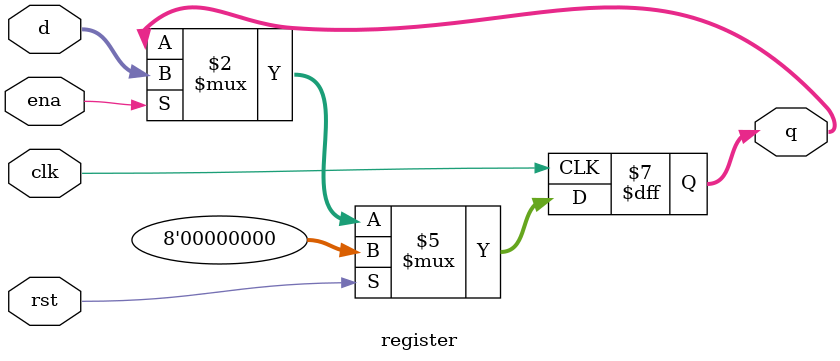
<source format=v>
`timescale 1ns / 1ps
`default_nettype none //helps catch typo-related bugs
module register(clk,d,q, rst, ena);

	//parameter definitions
	parameter N = 8;

	//port definitions - customize for different bit widths
	input  wire clk, rst, ena;
	input  wire [N-1:0] d;
	output reg  [N-1:0] q; //reg type means that you can put in an always block
	
	always @(posedge clk) begin
		if(rst) begin
			q <= 0;
		end
		else begin
			if(ena) begin
				q <= d;  //non-blocking-assignment operator - in english the "becomes" operator
				// q "becomes" d @ the posedge of the clock
			end
		end		
	end

endmodule
`default_nettype wire //some Xilinx IP requires that the default_nettype be set to wire

</source>
